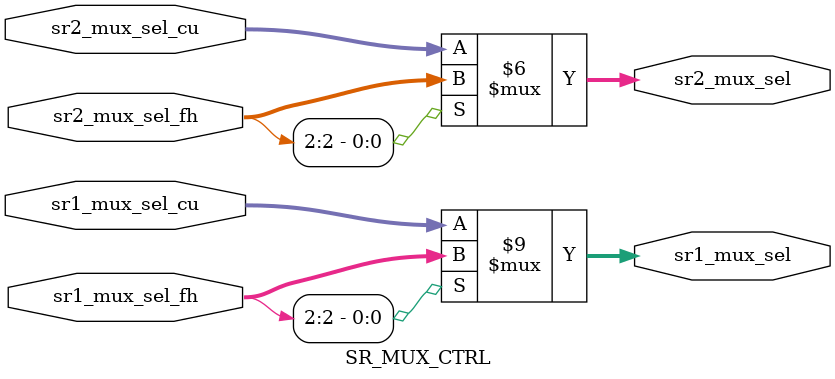
<source format=v>
`timescale 1ns / 1ps


/*
    ================================  SR_MUX_CTRL module   ================================
    Author:         Wintermelon
    Last Edit:      2022.4.22

    This is the module for sr1_mux and sr2_mux control signals
    
*/

module SR_MUX_CTRL(
    input [2:0] sr1_mux_sel_cu,
    input [2:0] sr2_mux_sel_cu,
    input [2:0] sr1_mux_sel_fh,
    input [2:0] sr2_mux_sel_fh,

    output reg [2:0] sr1_mux_sel,
    output reg [2:0] sr2_mux_sel
);

// Below is the mux_sel list
    localparam NO_FORWARD = 3'b000;
    localparam ALU_EX = 3'b100;
    localparam ALU_MEM = 3'b101;
    localparam DM_MEM = 3'b110;
    localparam NPC = 3'b111;

    always @(*) begin
        if (sr1_mux_sel_fh[2] == 1'b1)
            sr1_mux_sel = sr1_mux_sel_fh;
        else
            sr1_mux_sel = sr1_mux_sel_cu;
    end

    always @(*) begin
        if (sr2_mux_sel_fh[2] == 1'b1)
            sr2_mux_sel = sr2_mux_sel_fh;
        else
            sr2_mux_sel = sr2_mux_sel_cu;
    end
    
endmodule

</source>
